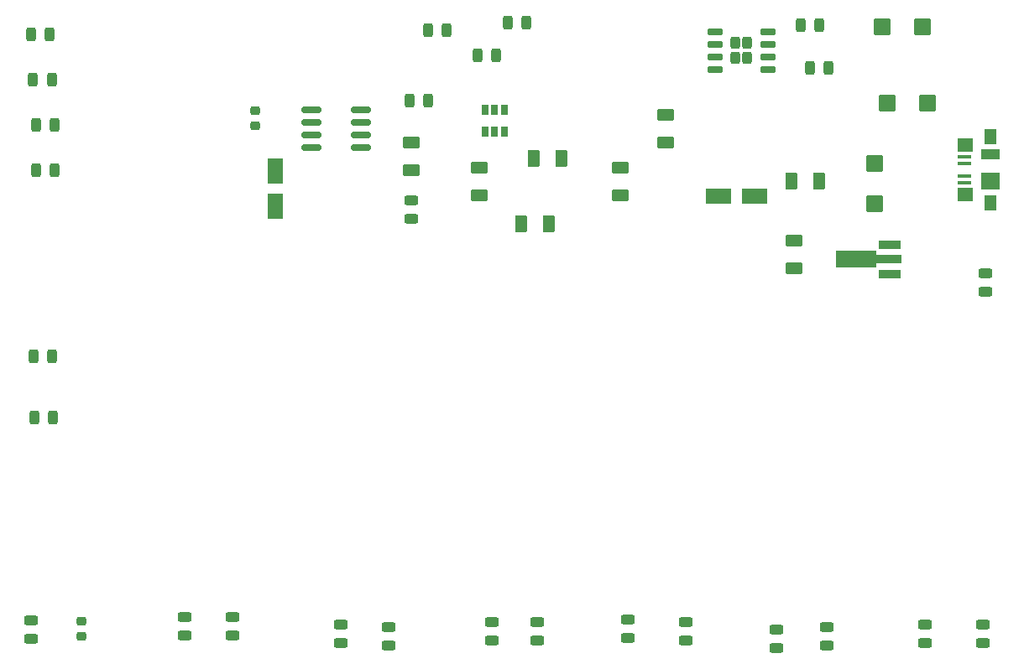
<source format=gbr>
%TF.GenerationSoftware,KiCad,Pcbnew,(5.99.0-11498-g1a301d8eea)*%
%TF.CreationDate,2021-09-07T15:50:55+03:00*%
%TF.ProjectId,f,662e6b69-6361-4645-9f70-636258585858,rev?*%
%TF.SameCoordinates,Original*%
%TF.FileFunction,Paste,Top*%
%TF.FilePolarity,Positive*%
%FSLAX46Y46*%
G04 Gerber Fmt 4.6, Leading zero omitted, Abs format (unit mm)*
G04 Created by KiCad (PCBNEW (5.99.0-11498-g1a301d8eea)) date 2021-09-07 15:50:55*
%MOMM*%
%LPD*%
G01*
G04 APERTURE LIST*
G04 Aperture macros list*
%AMRoundRect*
0 Rectangle with rounded corners*
0 $1 Rounding radius*
0 $2 $3 $4 $5 $6 $7 $8 $9 X,Y pos of 4 corners*
0 Add a 4 corners polygon primitive as box body*
4,1,4,$2,$3,$4,$5,$6,$7,$8,$9,$2,$3,0*
0 Add four circle primitives for the rounded corners*
1,1,$1+$1,$2,$3*
1,1,$1+$1,$4,$5*
1,1,$1+$1,$6,$7*
1,1,$1+$1,$8,$9*
0 Add four rect primitives between the rounded corners*
20,1,$1+$1,$2,$3,$4,$5,0*
20,1,$1+$1,$4,$5,$6,$7,0*
20,1,$1+$1,$6,$7,$8,$9,0*
20,1,$1+$1,$8,$9,$2,$3,0*%
%AMFreePoly0*
4,1,9,5.362500,-0.866500,1.237500,-0.866500,1.237500,-0.450000,-1.237500,-0.450000,-1.237500,0.450000,1.237500,0.450000,1.237500,0.866500,5.362500,0.866500,5.362500,-0.866500,5.362500,-0.866500,$1*%
G04 Aperture macros list end*
%ADD10RoundRect,0.243750X-0.243750X-0.456250X0.243750X-0.456250X0.243750X0.456250X-0.243750X0.456250X0*%
%ADD11RoundRect,0.250000X-0.550000X1.050000X-0.550000X-1.050000X0.550000X-1.050000X0.550000X1.050000X0*%
%ADD12RoundRect,0.243750X-0.456250X0.243750X-0.456250X-0.243750X0.456250X-0.243750X0.456250X0.243750X0*%
%ADD13RoundRect,0.250000X-0.600000X0.625000X-0.600000X-0.625000X0.600000X-0.625000X0.600000X0.625000X0*%
%ADD14RoundRect,0.243750X0.243750X0.456250X-0.243750X0.456250X-0.243750X-0.456250X0.243750X-0.456250X0*%
%ADD15RoundRect,0.242500X-0.242500X-0.382500X0.242500X-0.382500X0.242500X0.382500X-0.242500X0.382500X0*%
%ADD16RoundRect,0.150000X-0.650000X-0.150000X0.650000X-0.150000X0.650000X0.150000X-0.650000X0.150000X0*%
%ADD17RoundRect,0.250000X-0.625000X-0.600000X0.625000X-0.600000X0.625000X0.600000X-0.625000X0.600000X0*%
%ADD18R,1.380000X0.450000*%
%ADD19R,1.900000X1.800000*%
%ADD20R,1.300000X1.650000*%
%ADD21R,1.900000X1.000000*%
%ADD22R,1.550000X1.425000*%
%ADD23RoundRect,0.250000X-0.625000X0.375000X-0.625000X-0.375000X0.625000X-0.375000X0.625000X0.375000X0*%
%ADD24RoundRect,0.250000X0.625000X-0.375000X0.625000X0.375000X-0.625000X0.375000X-0.625000X-0.375000X0*%
%ADD25RoundRect,0.250000X-0.375000X-0.625000X0.375000X-0.625000X0.375000X0.625000X-0.375000X0.625000X0*%
%ADD26RoundRect,0.218750X0.256250X-0.218750X0.256250X0.218750X-0.256250X0.218750X-0.256250X-0.218750X0*%
%ADD27RoundRect,0.243750X0.456250X-0.243750X0.456250X0.243750X-0.456250X0.243750X-0.456250X-0.243750X0*%
%ADD28RoundRect,0.150000X0.825000X0.150000X-0.825000X0.150000X-0.825000X-0.150000X0.825000X-0.150000X0*%
%ADD29RoundRect,0.218750X-0.256250X0.218750X-0.256250X-0.218750X0.256250X-0.218750X0.256250X0.218750X0*%
%ADD30RoundRect,0.250000X1.050000X0.550000X-1.050000X0.550000X-1.050000X-0.550000X1.050000X-0.550000X0*%
%ADD31RoundRect,0.250000X0.375000X0.625000X-0.375000X0.625000X-0.375000X-0.625000X0.375000X-0.625000X0*%
%ADD32R,2.300000X0.900000*%
%ADD33FreePoly0,180.000000*%
%ADD34R,0.650000X1.060000*%
G04 APERTURE END LIST*
D10*
%TO.C,R6*%
X183974500Y-43688000D03*
X185849500Y-43688000D03*
%TD*%
%TO.C,R21*%
X139128500Y-74071000D03*
X141003500Y-74071000D03*
%TD*%
D11*
%TO.C,C7*%
X163576000Y-55350000D03*
X163576000Y-58950000D03*
%TD*%
D12*
%TO.C,R14*%
X175006000Y-101424500D03*
X175006000Y-103299500D03*
%TD*%
%TO.C,R17*%
X234950000Y-101170500D03*
X234950000Y-103045500D03*
%TD*%
D13*
%TO.C,D24*%
X224028000Y-54617000D03*
X224028000Y-58667000D03*
%TD*%
D14*
%TO.C,R10*%
X141321000Y-50672000D03*
X139446000Y-50672000D03*
%TD*%
D10*
%TO.C,R5*%
X177116500Y-48260000D03*
X178991500Y-48260000D03*
%TD*%
D15*
%TO.C,U2*%
X211166000Y-42405000D03*
X209966000Y-42405000D03*
X209966000Y-43955000D03*
X211166000Y-43955000D03*
D16*
X207916000Y-41275000D03*
X207916000Y-42545000D03*
X207916000Y-43815000D03*
X207916000Y-45085000D03*
X213216000Y-45085000D03*
X213216000Y-43815000D03*
X213216000Y-42545000D03*
X213216000Y-41275000D03*
%TD*%
D14*
%TO.C,R3*%
X218440000Y-40640000D03*
X216565000Y-40640000D03*
%TD*%
D17*
%TO.C,D1*%
X225305000Y-48514000D03*
X229355000Y-48514000D03*
%TD*%
D14*
%TO.C,R27*%
X140988500Y-46100000D03*
X139113500Y-46100000D03*
%TD*%
D12*
%TO.C,R24*%
X185420000Y-100916500D03*
X185420000Y-102791500D03*
%TD*%
D18*
%TO.C,J1*%
X233052000Y-56538000D03*
X233052000Y-55888000D03*
X233052000Y-54588000D03*
X233052000Y-53938000D03*
D19*
X235712000Y-56388000D03*
D20*
X235712000Y-58613000D03*
D21*
X235712000Y-53688000D03*
D22*
X233137000Y-52750500D03*
D20*
X235712000Y-51863000D03*
D22*
X233137000Y-57725500D03*
%TD*%
D23*
%TO.C,C4*%
X202946000Y-49654000D03*
X202946000Y-52454000D03*
%TD*%
D24*
%TO.C,C5*%
X198374000Y-57788000D03*
X198374000Y-54988000D03*
%TD*%
D25*
%TO.C,C6*%
X189608000Y-54102000D03*
X192408000Y-54102000D03*
%TD*%
D12*
%TO.C,R26*%
X214122000Y-101678500D03*
X214122000Y-103553500D03*
%TD*%
D26*
%TO.C,R7*%
X161544000Y-50800000D03*
X161544000Y-49225000D03*
%TD*%
D14*
%TO.C,R9*%
X141321000Y-55244000D03*
X139446000Y-55244000D03*
%TD*%
D27*
%TO.C,R8*%
X177292000Y-60198000D03*
X177292000Y-58323000D03*
%TD*%
D24*
%TO.C,C9*%
X215900000Y-65154000D03*
X215900000Y-62354000D03*
%TD*%
D28*
%TO.C,U3*%
X172147000Y-52959000D03*
X172147000Y-51689000D03*
X172147000Y-50419000D03*
X172147000Y-49149000D03*
X167197000Y-49149000D03*
X167197000Y-50419000D03*
X167197000Y-51689000D03*
X167197000Y-52959000D03*
%TD*%
D29*
%TO.C,R18*%
X144018000Y-100812500D03*
X144018000Y-102387500D03*
%TD*%
D12*
%TO.C,R22*%
X154432000Y-100408500D03*
X154432000Y-102283500D03*
%TD*%
D14*
%TO.C,R2*%
X180848000Y-41148000D03*
X178973000Y-41148000D03*
%TD*%
D23*
%TO.C,C8*%
X177292000Y-52448000D03*
X177292000Y-55248000D03*
%TD*%
D12*
%TO.C,R25*%
X199136000Y-100662500D03*
X199136000Y-102537500D03*
%TD*%
D23*
%TO.C,C3*%
X184150000Y-54988000D03*
X184150000Y-57788000D03*
%TD*%
D27*
%TO.C,R29*%
X235140000Y-67589500D03*
X235140000Y-65714500D03*
%TD*%
D12*
%TO.C,R20*%
X229108000Y-101170500D03*
X229108000Y-103045500D03*
%TD*%
D10*
%TO.C,R16*%
X139270500Y-80264000D03*
X141145500Y-80264000D03*
%TD*%
D12*
%TO.C,R12*%
X204978000Y-100916500D03*
X204978000Y-102791500D03*
%TD*%
%TO.C,R11*%
X219202000Y-101424500D03*
X219202000Y-103299500D03*
%TD*%
D30*
%TO.C,C10*%
X211858000Y-57912000D03*
X208258000Y-57912000D03*
%TD*%
D12*
%TO.C,R15*%
X159258000Y-100408500D03*
X159258000Y-102283500D03*
%TD*%
D25*
%TO.C,C1*%
X215608000Y-56388000D03*
X218408000Y-56388000D03*
%TD*%
D12*
%TO.C,R19*%
X138938000Y-100716500D03*
X138938000Y-102591500D03*
%TD*%
D14*
%TO.C,R1*%
X219377500Y-44958000D03*
X217502500Y-44958000D03*
%TD*%
%TO.C,R4*%
X188897500Y-40386000D03*
X187022500Y-40386000D03*
%TD*%
D17*
%TO.C,D2*%
X224797000Y-40835000D03*
X228847000Y-40835000D03*
%TD*%
D14*
%TO.C,R28*%
X140813000Y-41528000D03*
X138938000Y-41528000D03*
%TD*%
D12*
%TO.C,R13*%
X189992000Y-100916500D03*
X189992000Y-102791500D03*
%TD*%
D31*
%TO.C,C2*%
X191138000Y-60706000D03*
X188338000Y-60706000D03*
%TD*%
D32*
%TO.C,U6*%
X225552000Y-65786000D03*
D33*
X225464500Y-64286000D03*
D32*
X225552000Y-62786000D03*
%TD*%
D12*
%TO.C,R23*%
X170180000Y-101170500D03*
X170180000Y-103045500D03*
%TD*%
D34*
%TO.C,U1*%
X186624000Y-49192000D03*
X185674000Y-49192000D03*
X184724000Y-49192000D03*
X184724000Y-51392000D03*
X185674000Y-51392000D03*
X186624000Y-51392000D03*
%TD*%
M02*

</source>
